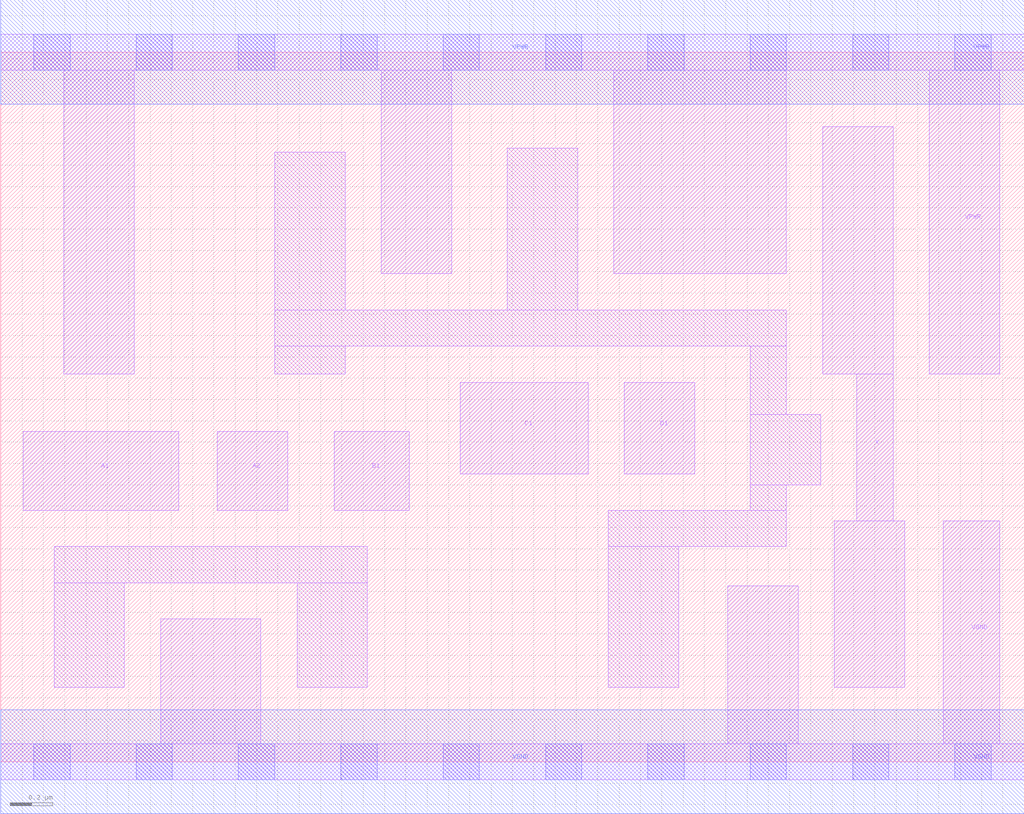
<source format=lef>
# Copyright 2020 The SkyWater PDK Authors
#
# Licensed under the Apache License, Version 2.0 (the "License");
# you may not use this file except in compliance with the License.
# You may obtain a copy of the License at
#
#     https://www.apache.org/licenses/LICENSE-2.0
#
# Unless required by applicable law or agreed to in writing, software
# distributed under the License is distributed on an "AS IS" BASIS,
# WITHOUT WARRANTIES OR CONDITIONS OF ANY KIND, either express or implied.
# See the License for the specific language governing permissions and
# limitations under the License.
#
# SPDX-License-Identifier: Apache-2.0

VERSION 5.7 ;
  NAMESCASESENSITIVE ON ;
  NOWIREEXTENSIONATPIN ON ;
  DIVIDERCHAR "/" ;
  BUSBITCHARS "[]" ;
UNITS
  DATABASE MICRONS 200 ;
END UNITS
MACRO sky130_fd_sc_hs__o2111a_2
  CLASS CORE ;
  SOURCE USER ;
  FOREIGN sky130_fd_sc_hs__o2111a_2 ;
  ORIGIN  0.000000  0.000000 ;
  SIZE  4.800000 BY  3.330000 ;
  SYMMETRY X Y ;
  SITE unit ;
  PIN A1
    ANTENNAGATEAREA  0.261000 ;
    DIRECTION INPUT ;
    USE SIGNAL ;
    PORT
      LAYER li1 ;
        RECT 0.105000 1.180000 0.835000 1.550000 ;
    END
  END A1
  PIN A2
    ANTENNAGATEAREA  0.261000 ;
    DIRECTION INPUT ;
    USE SIGNAL ;
    PORT
      LAYER li1 ;
        RECT 1.015000 1.180000 1.345000 1.550000 ;
    END
  END A2
  PIN B1
    ANTENNAGATEAREA  0.261000 ;
    DIRECTION INPUT ;
    USE SIGNAL ;
    PORT
      LAYER li1 ;
        RECT 1.565000 1.180000 1.915000 1.550000 ;
    END
  END B1
  PIN C1
    ANTENNAGATEAREA  0.261000 ;
    DIRECTION INPUT ;
    USE SIGNAL ;
    PORT
      LAYER li1 ;
        RECT 2.155000 1.350000 2.755000 1.780000 ;
    END
  END C1
  PIN D1
    ANTENNAGATEAREA  0.261000 ;
    DIRECTION INPUT ;
    USE SIGNAL ;
    PORT
      LAYER li1 ;
        RECT 2.925000 1.350000 3.255000 1.780000 ;
    END
  END D1
  PIN X
    ANTENNADIFFAREA  0.543200 ;
    DIRECTION OUTPUT ;
    USE SIGNAL ;
    PORT
      LAYER li1 ;
        RECT 3.855000 1.820000 4.185000 2.980000 ;
        RECT 3.910000 0.350000 4.240000 1.130000 ;
        RECT 4.015000 1.130000 4.185000 1.820000 ;
    END
  END X
  PIN VGND
    DIRECTION INOUT ;
    USE GROUND ;
    PORT
      LAYER li1 ;
        RECT 0.000000 -0.085000 4.800000 0.085000 ;
        RECT 0.750000  0.085000 1.220000 0.670000 ;
        RECT 3.410000  0.085000 3.740000 0.825000 ;
        RECT 4.420000  0.085000 4.685000 1.130000 ;
      LAYER mcon ;
        RECT 0.155000 -0.085000 0.325000 0.085000 ;
        RECT 0.635000 -0.085000 0.805000 0.085000 ;
        RECT 1.115000 -0.085000 1.285000 0.085000 ;
        RECT 1.595000 -0.085000 1.765000 0.085000 ;
        RECT 2.075000 -0.085000 2.245000 0.085000 ;
        RECT 2.555000 -0.085000 2.725000 0.085000 ;
        RECT 3.035000 -0.085000 3.205000 0.085000 ;
        RECT 3.515000 -0.085000 3.685000 0.085000 ;
        RECT 3.995000 -0.085000 4.165000 0.085000 ;
        RECT 4.475000 -0.085000 4.645000 0.085000 ;
      LAYER met1 ;
        RECT 0.000000 -0.245000 4.800000 0.245000 ;
    END
  END VGND
  PIN VPWR
    DIRECTION INOUT ;
    USE POWER ;
    PORT
      LAYER li1 ;
        RECT 0.000000 3.245000 4.800000 3.415000 ;
        RECT 0.295000 1.820000 0.625000 3.245000 ;
        RECT 1.785000 2.290000 2.115000 3.245000 ;
        RECT 2.875000 2.290000 3.685000 3.245000 ;
        RECT 4.355000 1.820000 4.685000 3.245000 ;
      LAYER mcon ;
        RECT 0.155000 3.245000 0.325000 3.415000 ;
        RECT 0.635000 3.245000 0.805000 3.415000 ;
        RECT 1.115000 3.245000 1.285000 3.415000 ;
        RECT 1.595000 3.245000 1.765000 3.415000 ;
        RECT 2.075000 3.245000 2.245000 3.415000 ;
        RECT 2.555000 3.245000 2.725000 3.415000 ;
        RECT 3.035000 3.245000 3.205000 3.415000 ;
        RECT 3.515000 3.245000 3.685000 3.415000 ;
        RECT 3.995000 3.245000 4.165000 3.415000 ;
        RECT 4.475000 3.245000 4.645000 3.415000 ;
      LAYER met1 ;
        RECT 0.000000 3.085000 4.800000 3.575000 ;
    END
  END VPWR
  OBS
    LAYER li1 ;
      RECT 0.250000 0.350000 0.580000 0.840000 ;
      RECT 0.250000 0.840000 1.720000 1.010000 ;
      RECT 1.285000 1.820000 1.615000 1.950000 ;
      RECT 1.285000 1.950000 3.685000 2.120000 ;
      RECT 1.285000 2.120000 1.615000 2.860000 ;
      RECT 1.390000 0.350000 1.720000 0.840000 ;
      RECT 2.375000 2.120000 2.705000 2.880000 ;
      RECT 2.850000 0.350000 3.180000 1.010000 ;
      RECT 2.850000 1.010000 3.685000 1.180000 ;
      RECT 3.515000 1.180000 3.685000 1.300000 ;
      RECT 3.515000 1.300000 3.845000 1.630000 ;
      RECT 3.515000 1.630000 3.685000 1.950000 ;
  END
END sky130_fd_sc_hs__o2111a_2

</source>
